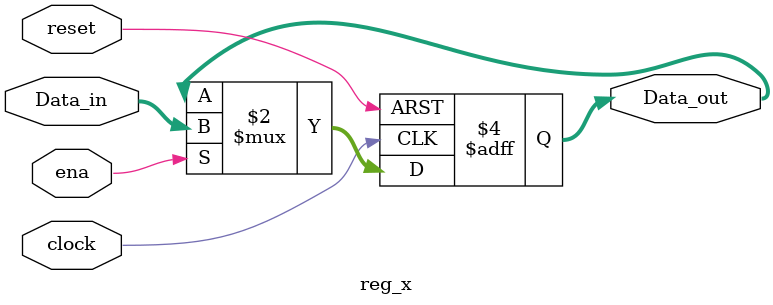
<source format=sv>
module reg_x ( 

input  [7:0] Data_in,
input  clock, reset, ena, 
output reg [7:0] Data_out);

always_ff @ ( posedge reset or posedge clock) 
	if (reset) Data_out <= 8'b0;

else if(ena)Data_out <= Data_in;

endmodule
</source>
